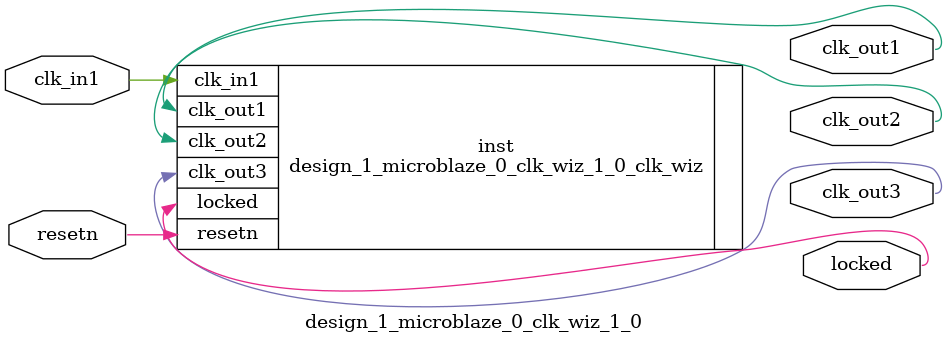
<source format=v>


`timescale 1ps/1ps

(* CORE_GENERATION_INFO = "design_1_microblaze_0_clk_wiz_1_0,clk_wiz_v6_0_2_0_0,{component_name=design_1_microblaze_0_clk_wiz_1_0,use_phase_alignment=true,use_min_o_jitter=false,use_max_i_jitter=false,use_dyn_phase_shift=false,use_inclk_switchover=false,use_dyn_reconfig=false,enable_axi=0,feedback_source=FDBK_AUTO,PRIMITIVE=MMCM,num_out_clk=3,clkin1_period=10.000,clkin2_period=10.000,use_power_down=false,use_reset=true,use_locked=true,use_inclk_stopped=false,feedback_type=SINGLE,CLOCK_MGR_TYPE=NA,manual_override=false}" *)

module design_1_microblaze_0_clk_wiz_1_0 
 (
  // Clock out ports
  output        clk_out1,
  output        clk_out2,
  output        clk_out3,
  // Status and control signals
  input         resetn,
  output        locked,
 // Clock in ports
  input         clk_in1
 );

  design_1_microblaze_0_clk_wiz_1_0_clk_wiz inst
  (
  // Clock out ports  
  .clk_out1(clk_out1),
  .clk_out2(clk_out2),
  .clk_out3(clk_out3),
  // Status and control signals               
  .resetn(resetn), 
  .locked(locked),
 // Clock in ports
  .clk_in1(clk_in1)
  );

endmodule

</source>
